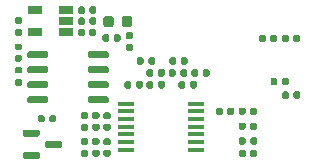
<source format=gbp>
G04 #@! TF.GenerationSoftware,KiCad,Pcbnew,(6.0.8)*
G04 #@! TF.CreationDate,2022-11-09T14:30:19+03:00*
G04 #@! TF.ProjectId,hellen1-wbo,68656c6c-656e-4312-9d77-626f2e6b6963,0.3*
G04 #@! TF.SameCoordinates,PX4a19ba0PY5aa5910*
G04 #@! TF.FileFunction,Paste,Bot*
G04 #@! TF.FilePolarity,Positive*
%FSLAX46Y46*%
G04 Gerber Fmt 4.6, Leading zero omitted, Abs format (unit mm)*
G04 Created by KiCad (PCBNEW (6.0.8)) date 2022-11-09 14:30:19*
%MOMM*%
%LPD*%
G01*
G04 APERTURE LIST*
%ADD10R,1.450000X0.450000*%
%ADD11R,1.220000X0.650000*%
G04 APERTURE END LIST*
G04 #@! TO.C,C605*
G36*
G01*
X20245000Y1869168D02*
X20245000Y2214168D01*
G75*
G02*
X20392500Y2361668I147500J0D01*
G01*
X20687500Y2361668D01*
G75*
G02*
X20835000Y2214168I0J-147500D01*
G01*
X20835000Y1869168D01*
G75*
G02*
X20687500Y1721668I-147500J0D01*
G01*
X20392500Y1721668D01*
G75*
G02*
X20245000Y1869168I0J147500D01*
G01*
G37*
G36*
G01*
X21215000Y1869168D02*
X21215000Y2214168D01*
G75*
G02*
X21362500Y2361668I147500J0D01*
G01*
X21657500Y2361668D01*
G75*
G02*
X21805000Y2214168I0J-147500D01*
G01*
X21805000Y1869168D01*
G75*
G02*
X21657500Y1721668I-147500J0D01*
G01*
X21362500Y1721668D01*
G75*
G02*
X21215000Y1869168I0J147500D01*
G01*
G37*
G04 #@! TD*
G04 #@! TO.C,C607*
G36*
G01*
X23920000Y5752500D02*
X23920000Y6097500D01*
G75*
G02*
X24067500Y6245000I147500J0D01*
G01*
X24362500Y6245000D01*
G75*
G02*
X24510000Y6097500I0J-147500D01*
G01*
X24510000Y5752500D01*
G75*
G02*
X24362500Y5605000I-147500J0D01*
G01*
X24067500Y5605000D01*
G75*
G02*
X23920000Y5752500I0J147500D01*
G01*
G37*
G36*
G01*
X24890000Y5752500D02*
X24890000Y6097500D01*
G75*
G02*
X25037500Y6245000I147500J0D01*
G01*
X25332500Y6245000D01*
G75*
G02*
X25480000Y6097500I0J-147500D01*
G01*
X25480000Y5752500D01*
G75*
G02*
X25332500Y5605000I-147500J0D01*
G01*
X25037500Y5605000D01*
G75*
G02*
X24890000Y5752500I0J147500D01*
G01*
G37*
G04 #@! TD*
G04 #@! TO.C,R609*
G36*
G01*
X11250000Y12406250D02*
X11250000Y11893750D01*
G75*
G02*
X11031250Y11675000I-218750J0D01*
G01*
X10593750Y11675000D01*
G75*
G02*
X10375000Y11893750I0J218750D01*
G01*
X10375000Y12406250D01*
G75*
G02*
X10593750Y12625000I218750J0D01*
G01*
X11031250Y12625000D01*
G75*
G02*
X11250000Y12406250I0J-218750D01*
G01*
G37*
G36*
G01*
X9675000Y12406250D02*
X9675000Y11893750D01*
G75*
G02*
X9456250Y11675000I-218750J0D01*
G01*
X9018750Y11675000D01*
G75*
G02*
X8800000Y11893750I0J218750D01*
G01*
X8800000Y12406250D01*
G75*
G02*
X9018750Y12625000I218750J0D01*
G01*
X9456250Y12625000D01*
G75*
G02*
X9675000Y12406250I0J-218750D01*
G01*
G37*
G04 #@! TD*
G04 #@! TO.C,R607*
G36*
G01*
X21805000Y1147500D02*
X21805000Y802500D01*
G75*
G02*
X21657500Y655000I-147500J0D01*
G01*
X21362500Y655000D01*
G75*
G02*
X21215000Y802500I0J147500D01*
G01*
X21215000Y1147500D01*
G75*
G02*
X21362500Y1295000I147500J0D01*
G01*
X21657500Y1295000D01*
G75*
G02*
X21805000Y1147500I0J-147500D01*
G01*
G37*
G36*
G01*
X20835000Y1147500D02*
X20835000Y802500D01*
G75*
G02*
X20687500Y655000I-147500J0D01*
G01*
X20392500Y655000D01*
G75*
G02*
X20245000Y802500I0J147500D01*
G01*
X20245000Y1147500D01*
G75*
G02*
X20392500Y1295000I147500J0D01*
G01*
X20687500Y1295000D01*
G75*
G02*
X20835000Y1147500I0J-147500D01*
G01*
G37*
G04 #@! TD*
G04 #@! TO.C,R614*
G36*
G01*
X6640709Y11052500D02*
X6640709Y11397500D01*
G75*
G02*
X6788209Y11545000I147500J0D01*
G01*
X7083209Y11545000D01*
G75*
G02*
X7230709Y11397500I0J-147500D01*
G01*
X7230709Y11052500D01*
G75*
G02*
X7083209Y10905000I-147500J0D01*
G01*
X6788209Y10905000D01*
G75*
G02*
X6640709Y11052500I0J147500D01*
G01*
G37*
G36*
G01*
X7610709Y11052500D02*
X7610709Y11397500D01*
G75*
G02*
X7758209Y11545000I147500J0D01*
G01*
X8053209Y11545000D01*
G75*
G02*
X8200709Y11397500I0J-147500D01*
G01*
X8200709Y11052500D01*
G75*
G02*
X8053209Y10905000I-147500J0D01*
G01*
X7758209Y10905000D01*
G75*
G02*
X7610709Y11052500I0J147500D01*
G01*
G37*
G04 #@! TD*
G04 #@! TO.C,R615*
G36*
G01*
X8695000Y10577500D02*
X8695000Y10922500D01*
G75*
G02*
X8842500Y11070000I147500J0D01*
G01*
X9137500Y11070000D01*
G75*
G02*
X9285000Y10922500I0J-147500D01*
G01*
X9285000Y10577500D01*
G75*
G02*
X9137500Y10430000I-147500J0D01*
G01*
X8842500Y10430000D01*
G75*
G02*
X8695000Y10577500I0J147500D01*
G01*
G37*
G36*
G01*
X9665000Y10577500D02*
X9665000Y10922500D01*
G75*
G02*
X9812500Y11070000I147500J0D01*
G01*
X10107500Y11070000D01*
G75*
G02*
X10255000Y10922500I0J-147500D01*
G01*
X10255000Y10577500D01*
G75*
G02*
X10107500Y10430000I-147500J0D01*
G01*
X9812500Y10430000D01*
G75*
G02*
X9665000Y10577500I0J147500D01*
G01*
G37*
G04 #@! TD*
G04 #@! TO.C,R621*
G36*
G01*
X1427500Y12505000D02*
X1772500Y12505000D01*
G75*
G02*
X1920000Y12357500I0J-147500D01*
G01*
X1920000Y12062500D01*
G75*
G02*
X1772500Y11915000I-147500J0D01*
G01*
X1427500Y11915000D01*
G75*
G02*
X1280000Y12062500I0J147500D01*
G01*
X1280000Y12357500D01*
G75*
G02*
X1427500Y12505000I147500J0D01*
G01*
G37*
G36*
G01*
X1427500Y11535000D02*
X1772500Y11535000D01*
G75*
G02*
X1920000Y11387500I0J-147500D01*
G01*
X1920000Y11092500D01*
G75*
G02*
X1772500Y10945000I-147500J0D01*
G01*
X1427500Y10945000D01*
G75*
G02*
X1280000Y11092500I0J147500D01*
G01*
X1280000Y11387500D01*
G75*
G02*
X1427500Y11535000I147500J0D01*
G01*
G37*
G04 #@! TD*
G04 #@! TO.C,R619*
G36*
G01*
X14005000Y7972500D02*
X14005000Y7627500D01*
G75*
G02*
X13857500Y7480000I-147500J0D01*
G01*
X13562500Y7480000D01*
G75*
G02*
X13415000Y7627500I0J147500D01*
G01*
X13415000Y7972500D01*
G75*
G02*
X13562500Y8120000I147500J0D01*
G01*
X13857500Y8120000D01*
G75*
G02*
X14005000Y7972500I0J-147500D01*
G01*
G37*
G36*
G01*
X13035000Y7972500D02*
X13035000Y7627500D01*
G75*
G02*
X12887500Y7480000I-147500J0D01*
G01*
X12592500Y7480000D01*
G75*
G02*
X12445000Y7627500I0J147500D01*
G01*
X12445000Y7972500D01*
G75*
G02*
X12592500Y8120000I147500J0D01*
G01*
X12887500Y8120000D01*
G75*
G02*
X13035000Y7972500I0J-147500D01*
G01*
G37*
G04 #@! TD*
G04 #@! TO.C,R620*
G36*
G01*
X12445000Y6627500D02*
X12445000Y6972500D01*
G75*
G02*
X12592500Y7120000I147500J0D01*
G01*
X12887500Y7120000D01*
G75*
G02*
X13035000Y6972500I0J-147500D01*
G01*
X13035000Y6627500D01*
G75*
G02*
X12887500Y6480000I-147500J0D01*
G01*
X12592500Y6480000D01*
G75*
G02*
X12445000Y6627500I0J147500D01*
G01*
G37*
G36*
G01*
X13415000Y6627500D02*
X13415000Y6972500D01*
G75*
G02*
X13562500Y7120000I147500J0D01*
G01*
X13857500Y7120000D01*
G75*
G02*
X14005000Y6972500I0J-147500D01*
G01*
X14005000Y6627500D01*
G75*
G02*
X13857500Y6480000I-147500J0D01*
G01*
X13562500Y6480000D01*
G75*
G02*
X13415000Y6627500I0J147500D01*
G01*
G37*
G04 #@! TD*
G04 #@! TO.C,R606*
G36*
G01*
X24505000Y7247500D02*
X24505000Y6902500D01*
G75*
G02*
X24357500Y6755000I-147500J0D01*
G01*
X24062500Y6755000D01*
G75*
G02*
X23915000Y6902500I0J147500D01*
G01*
X23915000Y7247500D01*
G75*
G02*
X24062500Y7395000I147500J0D01*
G01*
X24357500Y7395000D01*
G75*
G02*
X24505000Y7247500I0J-147500D01*
G01*
G37*
G36*
G01*
X23535000Y7247500D02*
X23535000Y6902500D01*
G75*
G02*
X23387500Y6755000I-147500J0D01*
G01*
X23092500Y6755000D01*
G75*
G02*
X22945000Y6902500I0J147500D01*
G01*
X22945000Y7247500D01*
G75*
G02*
X23092500Y7395000I147500J0D01*
G01*
X23387500Y7395000D01*
G75*
G02*
X23535000Y7247500I0J-147500D01*
G01*
G37*
G04 #@! TD*
D10*
G04 #@! TO.C,U600*
X10700000Y1300000D03*
X10700000Y1950000D03*
X10700000Y2600000D03*
X10700000Y3250000D03*
X10700000Y3900000D03*
X10700000Y4550000D03*
X10700000Y5200000D03*
X16600000Y5200000D03*
X16600000Y4550000D03*
X16600000Y3900000D03*
X16600000Y3250000D03*
X16600000Y2600000D03*
X16600000Y1950000D03*
X16600000Y1300000D03*
G04 #@! TD*
G04 #@! TO.C,C608*
G36*
G01*
X8205000Y12347500D02*
X8205000Y12002500D01*
G75*
G02*
X8057500Y11855000I-147500J0D01*
G01*
X7762500Y11855000D01*
G75*
G02*
X7615000Y12002500I0J147500D01*
G01*
X7615000Y12347500D01*
G75*
G02*
X7762500Y12495000I147500J0D01*
G01*
X8057500Y12495000D01*
G75*
G02*
X8205000Y12347500I0J-147500D01*
G01*
G37*
G36*
G01*
X7235000Y12347500D02*
X7235000Y12002500D01*
G75*
G02*
X7087500Y11855000I-147500J0D01*
G01*
X6792500Y11855000D01*
G75*
G02*
X6645000Y12002500I0J147500D01*
G01*
X6645000Y12347500D01*
G75*
G02*
X6792500Y12495000I147500J0D01*
G01*
X7087500Y12495000D01*
G75*
G02*
X7235000Y12347500I0J-147500D01*
G01*
G37*
G04 #@! TD*
G04 #@! TO.C,R624*
G36*
G01*
X6645000Y12952500D02*
X6645000Y13297500D01*
G75*
G02*
X6792500Y13445000I147500J0D01*
G01*
X7087500Y13445000D01*
G75*
G02*
X7235000Y13297500I0J-147500D01*
G01*
X7235000Y12952500D01*
G75*
G02*
X7087500Y12805000I-147500J0D01*
G01*
X6792500Y12805000D01*
G75*
G02*
X6645000Y12952500I0J147500D01*
G01*
G37*
G36*
G01*
X7615000Y12952500D02*
X7615000Y13297500D01*
G75*
G02*
X7762500Y13445000I147500J0D01*
G01*
X8057500Y13445000D01*
G75*
G02*
X8205000Y13297500I0J-147500D01*
G01*
X8205000Y12952500D01*
G75*
G02*
X8057500Y12805000I-147500J0D01*
G01*
X7762500Y12805000D01*
G75*
G02*
X7615000Y12952500I0J147500D01*
G01*
G37*
G04 #@! TD*
G04 #@! TO.C,R622*
G36*
G01*
X21945000Y10552500D02*
X21945000Y10897500D01*
G75*
G02*
X22092500Y11045000I147500J0D01*
G01*
X22387500Y11045000D01*
G75*
G02*
X22535000Y10897500I0J-147500D01*
G01*
X22535000Y10552500D01*
G75*
G02*
X22387500Y10405000I-147500J0D01*
G01*
X22092500Y10405000D01*
G75*
G02*
X21945000Y10552500I0J147500D01*
G01*
G37*
G36*
G01*
X22915000Y10552500D02*
X22915000Y10897500D01*
G75*
G02*
X23062500Y11045000I147500J0D01*
G01*
X23357500Y11045000D01*
G75*
G02*
X23505000Y10897500I0J-147500D01*
G01*
X23505000Y10552500D01*
G75*
G02*
X23357500Y10405000I-147500J0D01*
G01*
X23062500Y10405000D01*
G75*
G02*
X22915000Y10552500I0J147500D01*
G01*
G37*
G04 #@! TD*
G04 #@! TO.C,R612*
G36*
G01*
X20245000Y3110834D02*
X20245000Y3455834D01*
G75*
G02*
X20392500Y3603334I147500J0D01*
G01*
X20687500Y3603334D01*
G75*
G02*
X20835000Y3455834I0J-147500D01*
G01*
X20835000Y3110834D01*
G75*
G02*
X20687500Y2963334I-147500J0D01*
G01*
X20392500Y2963334D01*
G75*
G02*
X20245000Y3110834I0J147500D01*
G01*
G37*
G36*
G01*
X21215000Y3110834D02*
X21215000Y3455834D01*
G75*
G02*
X21362500Y3603334I147500J0D01*
G01*
X21657500Y3603334D01*
G75*
G02*
X21805000Y3455834I0J-147500D01*
G01*
X21805000Y3110834D01*
G75*
G02*
X21657500Y2963334I-147500J0D01*
G01*
X21362500Y2963334D01*
G75*
G02*
X21215000Y3110834I0J147500D01*
G01*
G37*
G04 #@! TD*
G04 #@! TO.C,R618*
G36*
G01*
X13180000Y8972500D02*
X13180000Y8627500D01*
G75*
G02*
X13032500Y8480000I-147500J0D01*
G01*
X12737500Y8480000D01*
G75*
G02*
X12590000Y8627500I0J147500D01*
G01*
X12590000Y8972500D01*
G75*
G02*
X12737500Y9120000I147500J0D01*
G01*
X13032500Y9120000D01*
G75*
G02*
X13180000Y8972500I0J-147500D01*
G01*
G37*
G36*
G01*
X12210000Y8972500D02*
X12210000Y8627500D01*
G75*
G02*
X12062500Y8480000I-147500J0D01*
G01*
X11767500Y8480000D01*
G75*
G02*
X11620000Y8627500I0J147500D01*
G01*
X11620000Y8972500D01*
G75*
G02*
X11767500Y9120000I147500J0D01*
G01*
X12062500Y9120000D01*
G75*
G02*
X12210000Y8972500I0J-147500D01*
G01*
G37*
G04 #@! TD*
G04 #@! TO.C,R616*
G36*
G01*
X25455000Y10897500D02*
X25455000Y10552500D01*
G75*
G02*
X25307500Y10405000I-147500J0D01*
G01*
X25012500Y10405000D01*
G75*
G02*
X24865000Y10552500I0J147500D01*
G01*
X24865000Y10897500D01*
G75*
G02*
X25012500Y11045000I147500J0D01*
G01*
X25307500Y11045000D01*
G75*
G02*
X25455000Y10897500I0J-147500D01*
G01*
G37*
G36*
G01*
X24485000Y10897500D02*
X24485000Y10552500D01*
G75*
G02*
X24337500Y10405000I-147500J0D01*
G01*
X24042500Y10405000D01*
G75*
G02*
X23895000Y10552500I0J147500D01*
G01*
X23895000Y10897500D01*
G75*
G02*
X24042500Y11045000I147500J0D01*
G01*
X24337500Y11045000D01*
G75*
G02*
X24485000Y10897500I0J-147500D01*
G01*
G37*
G04 #@! TD*
G04 #@! TO.C,R623*
G36*
G01*
X12130000Y6972500D02*
X12130000Y6627500D01*
G75*
G02*
X11982500Y6480000I-147500J0D01*
G01*
X11687500Y6480000D01*
G75*
G02*
X11540000Y6627500I0J147500D01*
G01*
X11540000Y6972500D01*
G75*
G02*
X11687500Y7120000I147500J0D01*
G01*
X11982500Y7120000D01*
G75*
G02*
X12130000Y6972500I0J-147500D01*
G01*
G37*
G36*
G01*
X11160000Y6972500D02*
X11160000Y6627500D01*
G75*
G02*
X11012500Y6480000I-147500J0D01*
G01*
X10717500Y6480000D01*
G75*
G02*
X10570000Y6627500I0J147500D01*
G01*
X10570000Y6972500D01*
G75*
G02*
X10717500Y7120000I147500J0D01*
G01*
X11012500Y7120000D01*
G75*
G02*
X11160000Y6972500I0J-147500D01*
G01*
G37*
G04 #@! TD*
G04 #@! TO.C,R604*
G36*
G01*
X9272500Y720000D02*
X8927500Y720000D01*
G75*
G02*
X8780000Y867500I0J147500D01*
G01*
X8780000Y1162500D01*
G75*
G02*
X8927500Y1310000I147500J0D01*
G01*
X9272500Y1310000D01*
G75*
G02*
X9420000Y1162500I0J-147500D01*
G01*
X9420000Y867500D01*
G75*
G02*
X9272500Y720000I-147500J0D01*
G01*
G37*
G36*
G01*
X9272500Y1690000D02*
X8927500Y1690000D01*
G75*
G02*
X8780000Y1837500I0J147500D01*
G01*
X8780000Y2132500D01*
G75*
G02*
X8927500Y2280000I147500J0D01*
G01*
X9272500Y2280000D01*
G75*
G02*
X9420000Y2132500I0J-147500D01*
G01*
X9420000Y1837500D01*
G75*
G02*
X9272500Y1690000I-147500J0D01*
G01*
G37*
G04 #@! TD*
G04 #@! TO.C,R605*
G36*
G01*
X15905000Y7972500D02*
X15905000Y7627500D01*
G75*
G02*
X15757500Y7480000I-147500J0D01*
G01*
X15462500Y7480000D01*
G75*
G02*
X15315000Y7627500I0J147500D01*
G01*
X15315000Y7972500D01*
G75*
G02*
X15462500Y8120000I147500J0D01*
G01*
X15757500Y8120000D01*
G75*
G02*
X15905000Y7972500I0J-147500D01*
G01*
G37*
G36*
G01*
X14935000Y7972500D02*
X14935000Y7627500D01*
G75*
G02*
X14787500Y7480000I-147500J0D01*
G01*
X14492500Y7480000D01*
G75*
G02*
X14345000Y7627500I0J147500D01*
G01*
X14345000Y7972500D01*
G75*
G02*
X14492500Y8120000I147500J0D01*
G01*
X14787500Y8120000D01*
G75*
G02*
X14935000Y7972500I0J-147500D01*
G01*
G37*
G04 #@! TD*
G04 #@! TO.C,R608*
G36*
G01*
X16245000Y7627500D02*
X16245000Y7972500D01*
G75*
G02*
X16392500Y8120000I147500J0D01*
G01*
X16687500Y8120000D01*
G75*
G02*
X16835000Y7972500I0J-147500D01*
G01*
X16835000Y7627500D01*
G75*
G02*
X16687500Y7480000I-147500J0D01*
G01*
X16392500Y7480000D01*
G75*
G02*
X16245000Y7627500I0J147500D01*
G01*
G37*
G36*
G01*
X17215000Y7627500D02*
X17215000Y7972500D01*
G75*
G02*
X17362500Y8120000I147500J0D01*
G01*
X17657500Y8120000D01*
G75*
G02*
X17805000Y7972500I0J-147500D01*
G01*
X17805000Y7627500D01*
G75*
G02*
X17657500Y7480000I-147500J0D01*
G01*
X17362500Y7480000D01*
G75*
G02*
X17215000Y7627500I0J147500D01*
G01*
G37*
G04 #@! TD*
G04 #@! TO.C,C603*
G36*
G01*
X8322500Y720000D02*
X7977500Y720000D01*
G75*
G02*
X7830000Y867500I0J147500D01*
G01*
X7830000Y1162500D01*
G75*
G02*
X7977500Y1310000I147500J0D01*
G01*
X8322500Y1310000D01*
G75*
G02*
X8470000Y1162500I0J-147500D01*
G01*
X8470000Y867500D01*
G75*
G02*
X8322500Y720000I-147500J0D01*
G01*
G37*
G36*
G01*
X8322500Y1690000D02*
X7977500Y1690000D01*
G75*
G02*
X7830000Y1837500I0J147500D01*
G01*
X7830000Y2132500D01*
G75*
G02*
X7977500Y2280000I147500J0D01*
G01*
X8322500Y2280000D01*
G75*
G02*
X8470000Y2132500I0J-147500D01*
G01*
X8470000Y1837500D01*
G75*
G02*
X8322500Y1690000I-147500J0D01*
G01*
G37*
G04 #@! TD*
D11*
G04 #@! TO.C,U601*
X5610000Y13125000D03*
X5610000Y12175000D03*
X5610000Y11225000D03*
X2990000Y11225000D03*
X2990000Y13125000D03*
G04 #@! TD*
G04 #@! TO.C,R603*
G36*
G01*
X14370000Y8627500D02*
X14370000Y8972500D01*
G75*
G02*
X14517500Y9120000I147500J0D01*
G01*
X14812500Y9120000D01*
G75*
G02*
X14960000Y8972500I0J-147500D01*
G01*
X14960000Y8627500D01*
G75*
G02*
X14812500Y8480000I-147500J0D01*
G01*
X14517500Y8480000D01*
G75*
G02*
X14370000Y8627500I0J147500D01*
G01*
G37*
G36*
G01*
X15340000Y8627500D02*
X15340000Y8972500D01*
G75*
G02*
X15487500Y9120000I147500J0D01*
G01*
X15782500Y9120000D01*
G75*
G02*
X15930000Y8972500I0J-147500D01*
G01*
X15930000Y8627500D01*
G75*
G02*
X15782500Y8480000I-147500J0D01*
G01*
X15487500Y8480000D01*
G75*
G02*
X15340000Y8627500I0J147500D01*
G01*
G37*
G04 #@! TD*
G04 #@! TO.C,R613*
G36*
G01*
X11172500Y9670000D02*
X10827500Y9670000D01*
G75*
G02*
X10680000Y9817500I0J147500D01*
G01*
X10680000Y10112500D01*
G75*
G02*
X10827500Y10260000I147500J0D01*
G01*
X11172500Y10260000D01*
G75*
G02*
X11320000Y10112500I0J-147500D01*
G01*
X11320000Y9817500D01*
G75*
G02*
X11172500Y9670000I-147500J0D01*
G01*
G37*
G36*
G01*
X11172500Y10640000D02*
X10827500Y10640000D01*
G75*
G02*
X10680000Y10787500I0J147500D01*
G01*
X10680000Y11082500D01*
G75*
G02*
X10827500Y11230000I147500J0D01*
G01*
X11172500Y11230000D01*
G75*
G02*
X11320000Y11082500I0J-147500D01*
G01*
X11320000Y10787500D01*
G75*
G02*
X11172500Y10640000I-147500J0D01*
G01*
G37*
G04 #@! TD*
G04 #@! TO.C,C601*
G36*
G01*
X8927500Y4480000D02*
X9272500Y4480000D01*
G75*
G02*
X9420000Y4332500I0J-147500D01*
G01*
X9420000Y4037500D01*
G75*
G02*
X9272500Y3890000I-147500J0D01*
G01*
X8927500Y3890000D01*
G75*
G02*
X8780000Y4037500I0J147500D01*
G01*
X8780000Y4332500D01*
G75*
G02*
X8927500Y4480000I147500J0D01*
G01*
G37*
G36*
G01*
X8927500Y3510000D02*
X9272500Y3510000D01*
G75*
G02*
X9420000Y3362500I0J-147500D01*
G01*
X9420000Y3067500D01*
G75*
G02*
X9272500Y2920000I-147500J0D01*
G01*
X8927500Y2920000D01*
G75*
G02*
X8780000Y3067500I0J147500D01*
G01*
X8780000Y3362500D01*
G75*
G02*
X8927500Y3510000I147500J0D01*
G01*
G37*
G04 #@! TD*
G04 #@! TO.C,R610*
G36*
G01*
X19880000Y4722500D02*
X19880000Y4377500D01*
G75*
G02*
X19732500Y4230000I-147500J0D01*
G01*
X19437500Y4230000D01*
G75*
G02*
X19290000Y4377500I0J147500D01*
G01*
X19290000Y4722500D01*
G75*
G02*
X19437500Y4870000I147500J0D01*
G01*
X19732500Y4870000D01*
G75*
G02*
X19880000Y4722500I0J-147500D01*
G01*
G37*
G36*
G01*
X18910000Y4722500D02*
X18910000Y4377500D01*
G75*
G02*
X18762500Y4230000I-147500J0D01*
G01*
X18467500Y4230000D01*
G75*
G02*
X18320000Y4377500I0J147500D01*
G01*
X18320000Y4722500D01*
G75*
G02*
X18467500Y4870000I147500J0D01*
G01*
X18762500Y4870000D01*
G75*
G02*
X18910000Y4722500I0J-147500D01*
G01*
G37*
G04 #@! TD*
G04 #@! TO.C,R611*
G36*
G01*
X21805000Y4722500D02*
X21805000Y4377500D01*
G75*
G02*
X21657500Y4230000I-147500J0D01*
G01*
X21362500Y4230000D01*
G75*
G02*
X21215000Y4377500I0J147500D01*
G01*
X21215000Y4722500D01*
G75*
G02*
X21362500Y4870000I147500J0D01*
G01*
X21657500Y4870000D01*
G75*
G02*
X21805000Y4722500I0J-147500D01*
G01*
G37*
G36*
G01*
X20835000Y4722500D02*
X20835000Y4377500D01*
G75*
G02*
X20687500Y4230000I-147500J0D01*
G01*
X20392500Y4230000D01*
G75*
G02*
X20245000Y4377500I0J147500D01*
G01*
X20245000Y4722500D01*
G75*
G02*
X20392500Y4870000I147500J0D01*
G01*
X20687500Y4870000D01*
G75*
G02*
X20835000Y4722500I0J-147500D01*
G01*
G37*
G04 #@! TD*
G04 #@! TO.C,C602*
G36*
G01*
X7977500Y4480000D02*
X8322500Y4480000D01*
G75*
G02*
X8470000Y4332500I0J-147500D01*
G01*
X8470000Y4037500D01*
G75*
G02*
X8322500Y3890000I-147500J0D01*
G01*
X7977500Y3890000D01*
G75*
G02*
X7830000Y4037500I0J147500D01*
G01*
X7830000Y4332500D01*
G75*
G02*
X7977500Y4480000I147500J0D01*
G01*
G37*
G36*
G01*
X7977500Y3510000D02*
X8322500Y3510000D01*
G75*
G02*
X8470000Y3362500I0J-147500D01*
G01*
X8470000Y3067500D01*
G75*
G02*
X8322500Y2920000I-147500J0D01*
G01*
X7977500Y2920000D01*
G75*
G02*
X7830000Y3067500I0J147500D01*
G01*
X7830000Y3362500D01*
G75*
G02*
X7977500Y3510000I147500J0D01*
G01*
G37*
G04 #@! TD*
G04 #@! TO.C,R602*
G36*
G01*
X16705000Y6972500D02*
X16705000Y6627500D01*
G75*
G02*
X16557500Y6480000I-147500J0D01*
G01*
X16262500Y6480000D01*
G75*
G02*
X16115000Y6627500I0J147500D01*
G01*
X16115000Y6972500D01*
G75*
G02*
X16262500Y7120000I147500J0D01*
G01*
X16557500Y7120000D01*
G75*
G02*
X16705000Y6972500I0J-147500D01*
G01*
G37*
G36*
G01*
X15735000Y6972500D02*
X15735000Y6627500D01*
G75*
G02*
X15587500Y6480000I-147500J0D01*
G01*
X15292500Y6480000D01*
G75*
G02*
X15145000Y6627500I0J147500D01*
G01*
X15145000Y6972500D01*
G75*
G02*
X15292500Y7120000I147500J0D01*
G01*
X15587500Y7120000D01*
G75*
G02*
X15735000Y6972500I0J-147500D01*
G01*
G37*
G04 #@! TD*
G04 #@! TO.C,C604*
G36*
G01*
X7027500Y4480000D02*
X7372500Y4480000D01*
G75*
G02*
X7520000Y4332500I0J-147500D01*
G01*
X7520000Y4037500D01*
G75*
G02*
X7372500Y3890000I-147500J0D01*
G01*
X7027500Y3890000D01*
G75*
G02*
X6880000Y4037500I0J147500D01*
G01*
X6880000Y4332500D01*
G75*
G02*
X7027500Y4480000I147500J0D01*
G01*
G37*
G36*
G01*
X7027500Y3510000D02*
X7372500Y3510000D01*
G75*
G02*
X7520000Y3362500I0J-147500D01*
G01*
X7520000Y3067500D01*
G75*
G02*
X7372500Y2920000I-147500J0D01*
G01*
X7027500Y2920000D01*
G75*
G02*
X6880000Y3067500I0J147500D01*
G01*
X6880000Y3362500D01*
G75*
G02*
X7027500Y3510000I147500J0D01*
G01*
G37*
G04 #@! TD*
G04 #@! TO.C,C606*
G36*
G01*
X7027500Y2280000D02*
X7372500Y2280000D01*
G75*
G02*
X7520000Y2132500I0J-147500D01*
G01*
X7520000Y1837500D01*
G75*
G02*
X7372500Y1690000I-147500J0D01*
G01*
X7027500Y1690000D01*
G75*
G02*
X6880000Y1837500I0J147500D01*
G01*
X6880000Y2132500D01*
G75*
G02*
X7027500Y2280000I147500J0D01*
G01*
G37*
G36*
G01*
X7027500Y1310000D02*
X7372500Y1310000D01*
G75*
G02*
X7520000Y1162500I0J-147500D01*
G01*
X7520000Y867500D01*
G75*
G02*
X7372500Y720000I-147500J0D01*
G01*
X7027500Y720000D01*
G75*
G02*
X6880000Y867500I0J147500D01*
G01*
X6880000Y1162500D01*
G75*
G02*
X7027500Y1310000I147500J0D01*
G01*
G37*
G04 #@! TD*
G04 #@! TO.C,C618*
G36*
G01*
X3264936Y3755000D02*
X3264936Y4095000D01*
G75*
G02*
X3404936Y4235000I140000J0D01*
G01*
X3684936Y4235000D01*
G75*
G02*
X3824936Y4095000I0J-140000D01*
G01*
X3824936Y3755000D01*
G75*
G02*
X3684936Y3615000I-140000J0D01*
G01*
X3404936Y3615000D01*
G75*
G02*
X3264936Y3755000I0J140000D01*
G01*
G37*
G36*
G01*
X4224936Y3755000D02*
X4224936Y4095000D01*
G75*
G02*
X4364936Y4235000I140000J0D01*
G01*
X4644936Y4235000D01*
G75*
G02*
X4784936Y4095000I0J-140000D01*
G01*
X4784936Y3755000D01*
G75*
G02*
X4644936Y3615000I-140000J0D01*
G01*
X4364936Y3615000D01*
G75*
G02*
X4224936Y3755000I0J140000D01*
G01*
G37*
G04 #@! TD*
G04 #@! TO.C,R629*
G36*
G01*
X1795000Y6733652D02*
X1425000Y6733652D01*
G75*
G02*
X1290000Y6868652I0J135000D01*
G01*
X1290000Y7138652D01*
G75*
G02*
X1425000Y7273652I135000J0D01*
G01*
X1795000Y7273652D01*
G75*
G02*
X1930000Y7138652I0J-135000D01*
G01*
X1930000Y6868652D01*
G75*
G02*
X1795000Y6733652I-135000J0D01*
G01*
G37*
G36*
G01*
X1795000Y7753652D02*
X1425000Y7753652D01*
G75*
G02*
X1290000Y7888652I0J135000D01*
G01*
X1290000Y8158652D01*
G75*
G02*
X1425000Y8293652I135000J0D01*
G01*
X1795000Y8293652D01*
G75*
G02*
X1930000Y8158652I0J-135000D01*
G01*
X1930000Y7888652D01*
G75*
G02*
X1795000Y7753652I-135000J0D01*
G01*
G37*
G04 #@! TD*
G04 #@! TO.C,D604*
G36*
G01*
X1950000Y650000D02*
X1950000Y950000D01*
G75*
G02*
X2100000Y1100000I150000J0D01*
G01*
X3275000Y1100000D01*
G75*
G02*
X3425000Y950000I0J-150000D01*
G01*
X3425000Y650000D01*
G75*
G02*
X3275000Y500000I-150000J0D01*
G01*
X2100000Y500000D01*
G75*
G02*
X1950000Y650000I0J150000D01*
G01*
G37*
G36*
G01*
X1950000Y2550000D02*
X1950000Y2850000D01*
G75*
G02*
X2100000Y3000000I150000J0D01*
G01*
X3275000Y3000000D01*
G75*
G02*
X3425000Y2850000I0J-150000D01*
G01*
X3425000Y2550000D01*
G75*
G02*
X3275000Y2400000I-150000J0D01*
G01*
X2100000Y2400000D01*
G75*
G02*
X1950000Y2550000I0J150000D01*
G01*
G37*
G36*
G01*
X3825000Y1600000D02*
X3825000Y1900000D01*
G75*
G02*
X3975000Y2050000I150000J0D01*
G01*
X5150000Y2050000D01*
G75*
G02*
X5300000Y1900000I0J-150000D01*
G01*
X5300000Y1600000D01*
G75*
G02*
X5150000Y1450000I-150000J0D01*
G01*
X3975000Y1450000D01*
G75*
G02*
X3825000Y1600000I0J150000D01*
G01*
G37*
G04 #@! TD*
G04 #@! TO.C,C617*
G36*
G01*
X1430000Y10284628D02*
X1770000Y10284628D01*
G75*
G02*
X1910000Y10144628I0J-140000D01*
G01*
X1910000Y9864628D01*
G75*
G02*
X1770000Y9724628I-140000J0D01*
G01*
X1430000Y9724628D01*
G75*
G02*
X1290000Y9864628I0J140000D01*
G01*
X1290000Y10144628D01*
G75*
G02*
X1430000Y10284628I140000J0D01*
G01*
G37*
G36*
G01*
X1430000Y9324628D02*
X1770000Y9324628D01*
G75*
G02*
X1910000Y9184628I0J-140000D01*
G01*
X1910000Y8904628D01*
G75*
G02*
X1770000Y8764628I-140000J0D01*
G01*
X1430000Y8764628D01*
G75*
G02*
X1290000Y8904628I0J140000D01*
G01*
X1290000Y9184628D01*
G75*
G02*
X1430000Y9324628I140000J0D01*
G01*
G37*
G04 #@! TD*
G04 #@! TO.C,U605*
G36*
G01*
X9250000Y9504628D02*
X9250000Y9204628D01*
G75*
G02*
X9100000Y9054628I-150000J0D01*
G01*
X7650000Y9054628D01*
G75*
G02*
X7500000Y9204628I0J150000D01*
G01*
X7500000Y9504628D01*
G75*
G02*
X7650000Y9654628I150000J0D01*
G01*
X9100000Y9654628D01*
G75*
G02*
X9250000Y9504628I0J-150000D01*
G01*
G37*
G36*
G01*
X9250000Y8234628D02*
X9250000Y7934628D01*
G75*
G02*
X9100000Y7784628I-150000J0D01*
G01*
X7650000Y7784628D01*
G75*
G02*
X7500000Y7934628I0J150000D01*
G01*
X7500000Y8234628D01*
G75*
G02*
X7650000Y8384628I150000J0D01*
G01*
X9100000Y8384628D01*
G75*
G02*
X9250000Y8234628I0J-150000D01*
G01*
G37*
G36*
G01*
X9250000Y6964628D02*
X9250000Y6664628D01*
G75*
G02*
X9100000Y6514628I-150000J0D01*
G01*
X7650000Y6514628D01*
G75*
G02*
X7500000Y6664628I0J150000D01*
G01*
X7500000Y6964628D01*
G75*
G02*
X7650000Y7114628I150000J0D01*
G01*
X9100000Y7114628D01*
G75*
G02*
X9250000Y6964628I0J-150000D01*
G01*
G37*
G36*
G01*
X9250000Y5694628D02*
X9250000Y5394628D01*
G75*
G02*
X9100000Y5244628I-150000J0D01*
G01*
X7650000Y5244628D01*
G75*
G02*
X7500000Y5394628I0J150000D01*
G01*
X7500000Y5694628D01*
G75*
G02*
X7650000Y5844628I150000J0D01*
G01*
X9100000Y5844628D01*
G75*
G02*
X9250000Y5694628I0J-150000D01*
G01*
G37*
G36*
G01*
X4100000Y5694628D02*
X4100000Y5394628D01*
G75*
G02*
X3950000Y5244628I-150000J0D01*
G01*
X2500000Y5244628D01*
G75*
G02*
X2350000Y5394628I0J150000D01*
G01*
X2350000Y5694628D01*
G75*
G02*
X2500000Y5844628I150000J0D01*
G01*
X3950000Y5844628D01*
G75*
G02*
X4100000Y5694628I0J-150000D01*
G01*
G37*
G36*
G01*
X4100000Y6964628D02*
X4100000Y6664628D01*
G75*
G02*
X3950000Y6514628I-150000J0D01*
G01*
X2500000Y6514628D01*
G75*
G02*
X2350000Y6664628I0J150000D01*
G01*
X2350000Y6964628D01*
G75*
G02*
X2500000Y7114628I150000J0D01*
G01*
X3950000Y7114628D01*
G75*
G02*
X4100000Y6964628I0J-150000D01*
G01*
G37*
G36*
G01*
X4100000Y8234628D02*
X4100000Y7934628D01*
G75*
G02*
X3950000Y7784628I-150000J0D01*
G01*
X2500000Y7784628D01*
G75*
G02*
X2350000Y7934628I0J150000D01*
G01*
X2350000Y8234628D01*
G75*
G02*
X2500000Y8384628I150000J0D01*
G01*
X3950000Y8384628D01*
G75*
G02*
X4100000Y8234628I0J-150000D01*
G01*
G37*
G36*
G01*
X4100000Y9504628D02*
X4100000Y9204628D01*
G75*
G02*
X3950000Y9054628I-150000J0D01*
G01*
X2500000Y9054628D01*
G75*
G02*
X2350000Y9204628I0J150000D01*
G01*
X2350000Y9504628D01*
G75*
G02*
X2500000Y9654628I150000J0D01*
G01*
X3950000Y9654628D01*
G75*
G02*
X4100000Y9504628I0J-150000D01*
G01*
G37*
G04 #@! TD*
M02*

</source>
